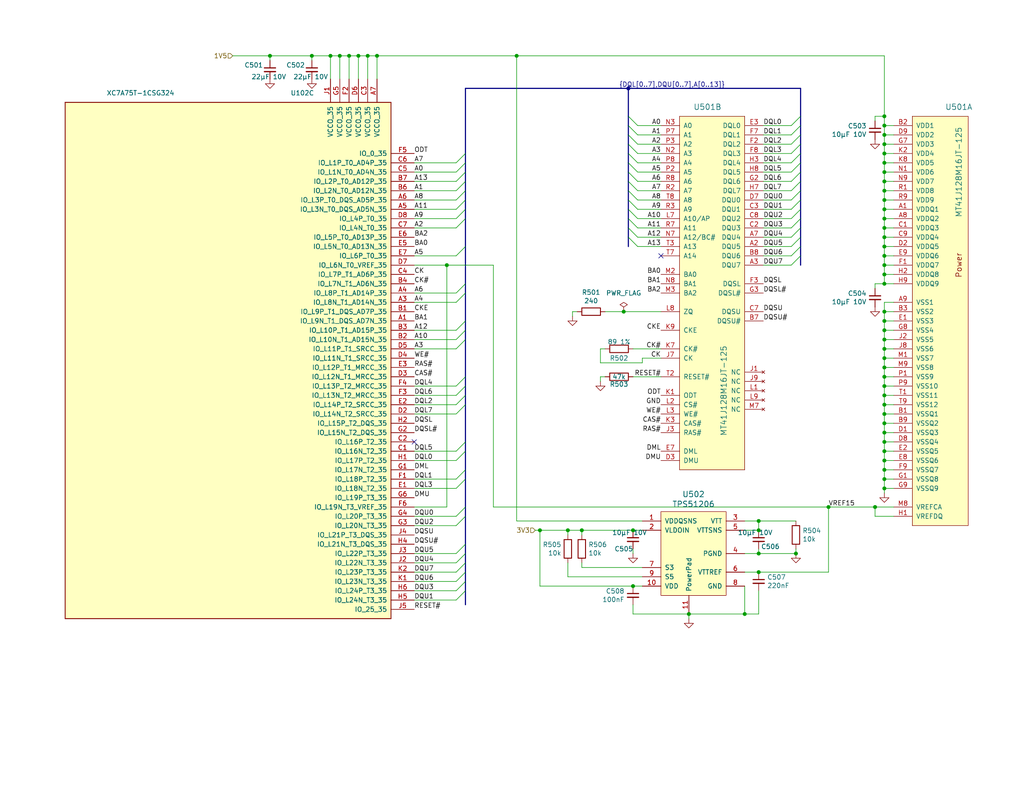
<source format=kicad_sch>
(kicad_sch (version 20250114) (generator "eeschema") (generator_version "9.0")
  (paper "A")
  (title_block (title "QSIC - QBUS Storage & I/O Card") (date "2022-10-27") (rev "0.4"))
  (junction (at 241.3 34.29))
  (junction (at 241.3 31.75))
  (junction (at 121.92 72.39))
  (junction (at 217.17 151.13))
  (junction (at 241.3 49.53))
  (junction (at 170.18 85.09))
  (junction (at 241.3 100.33))
  (junction (at 241.3 113.03))
  (junction (at 203.2 167.64))
  (junction (at 85.09 15.24))
  (junction (at 226.06 138.43))
  (junction (at 171.45 24.13))
  (junction (at 241.3 67.31))
  (junction (at 147.32 144.78))
  (junction (at 241.3 62.23))
  (junction (at 95.25 15.24))
  (junction (at 241.3 74.93))
  (junction (at 241.3 97.79))
  (junction (at 241.3 102.87))
  (junction (at 241.3 85.09))
  (junction (at 241.3 115.57))
  (junction (at 102.87 15.24))
  (junction (at 241.3 87.63))
  (junction (at 241.3 128.27))
  (junction (at 241.3 39.37))
  (junction (at 241.3 46.99))
  (junction (at 207.01 142.24))
  (junction (at 241.3 77.47))
  (junction (at 241.3 90.17))
  (junction (at 241.3 130.81))
  (junction (at 241.3 72.39))
  (junction (at 241.3 105.41))
  (junction (at 241.3 44.45))
  (junction (at 241.3 133.35))
  (junction (at 241.3 57.15))
  (junction (at 241.3 123.19))
  (junction (at 154.94 144.78))
  (junction (at 97.79 15.24))
  (junction (at 73.66 15.24))
  (junction (at 241.3 118.11))
  (junction (at 172.72 160.02))
  (junction (at 241.3 92.71))
  (junction (at 241.3 69.85))
  (junction (at 238.76 138.43))
  (junction (at 241.3 125.73))
  (junction (at 187.96 167.64))
  (junction (at 158.75 144.78))
  (junction (at 241.3 120.65))
  (junction (at 172.72 144.78))
  (junction (at 241.3 95.25))
  (junction (at 241.3 110.49))
  (junction (at 100.33 15.24))
  (junction (at 241.3 64.77))
  (junction (at 241.3 52.07))
  (junction (at 92.71 15.24))
  (junction (at 241.3 54.61))
  (junction (at 241.3 36.83))
  (junction (at 241.3 107.95))
  (junction (at 207.01 156.21))
  (junction (at 241.3 41.91))
  (junction (at 207.01 151.13))
  (junction (at 140.97 15.24))
  (junction (at 90.17 15.24))
  (junction (at 207.01 144.78))
  (junction (at 241.3 59.69))
  (no_connect (at 113.03 120.65))
  (no_connect (at 180.34 69.85))
  (bus_entry (at 215.9 46.99) (size 2.54 -2.54))
  (bus_entry (at 124.46 59.69) (size 2.54 -2.54))
  (bus_entry (at 124.46 123.19) (size 2.54 -2.54))
  (bus_entry (at 124.46 113.03) (size 2.54 -2.54))
  (bus_entry (at 124.46 107.95) (size 2.54 -2.54))
  (bus_entry (at 215.9 49.53) (size 2.54 -2.54))
  (bus_entry (at 215.9 36.83) (size 2.54 -2.54))
  (bus_entry (at 173.99 57.15) (size -2.54 -2.54))
  (bus_entry (at 173.99 49.53) (size -2.54 -2.54))
  (bus_entry (at 173.99 41.91) (size -2.54 -2.54))
  (bus_entry (at 124.46 92.71) (size 2.54 -2.54))
  (bus_entry (at 124.46 95.25) (size 2.54 -2.54))
  (bus_entry (at 173.99 39.37) (size -2.54 -2.54))
  (bus_entry (at 124.46 125.73) (size 2.54 -2.54))
  (bus_entry (at 124.46 52.07) (size 2.54 -2.54))
  (bus_entry (at 124.46 54.61) (size 2.54 -2.54))
  (bus_entry (at 173.99 46.99) (size -2.54 -2.54))
  (bus_entry (at 215.9 52.07) (size 2.54 -2.54))
  (bus_entry (at 124.46 44.45) (size 2.54 -2.54))
  (bus_entry (at 124.46 62.23) (size 2.54 -2.54))
  (bus_entry (at 215.9 39.37) (size 2.54 -2.54))
  (bus_entry (at 124.46 69.85) (size 2.54 -2.54))
  (bus_entry (at 124.46 143.51) (size 2.54 -2.54))
  (bus_entry (at 124.46 140.97) (size 2.54 -2.54))
  (bus_entry (at 124.46 163.83) (size 2.54 -2.54))
  (bus_entry (at 124.46 161.29) (size 2.54 -2.54))
  (bus_entry (at 124.46 158.75) (size 2.54 -2.54))
  (bus_entry (at 124.46 156.21) (size 2.54 -2.54))
  (bus_entry (at 124.46 153.67) (size 2.54 -2.54))
  (bus_entry (at 124.46 151.13) (size 2.54 -2.54))
  (bus_entry (at 215.9 57.15) (size 2.54 -2.54))
  (bus_entry (at 215.9 54.61) (size 2.54 -2.54))
  (bus_entry (at 215.9 72.39) (size 2.54 -2.54))
  (bus_entry (at 215.9 69.85) (size 2.54 -2.54))
  (bus_entry (at 215.9 67.31) (size 2.54 -2.54))
  (bus_entry (at 215.9 62.23) (size 2.54 -2.54))
  (bus_entry (at 215.9 59.69) (size 2.54 -2.54))
  (bus_entry (at 215.9 64.77) (size 2.54 -2.54))
  (bus_entry (at 124.46 82.55) (size 2.54 -2.54))
  (bus_entry (at 124.46 46.99) (size 2.54 -2.54))
  (bus_entry (at 173.99 59.69) (size -2.54 -2.54))
  (bus_entry (at 173.99 64.77) (size -2.54 -2.54))
  (bus_entry (at 124.46 133.35) (size 2.54 -2.54))
  (bus_entry (at 215.9 41.91) (size 2.54 -2.54))
  (bus_entry (at 124.46 57.15) (size 2.54 -2.54))
  (bus_entry (at 124.46 90.17) (size 2.54 -2.54))
  (bus_entry (at 124.46 49.53) (size 2.54 -2.54))
  (bus_entry (at 124.46 110.49) (size 2.54 -2.54))
  (bus_entry (at 173.99 36.83) (size -2.54 -2.54))
  (bus_entry (at 173.99 62.23) (size -2.54 -2.54))
  (bus_entry (at 173.99 44.45) (size -2.54 -2.54))
  (bus_entry (at 173.99 54.61) (size -2.54 -2.54))
  (bus_entry (at 173.99 52.07) (size -2.54 -2.54))
  (bus_entry (at 124.46 105.41) (size 2.54 -2.54))
  (bus_entry (at 215.9 44.45) (size 2.54 -2.54))
  (bus_entry (at 124.46 80.01) (size 2.54 -2.54))
  (bus_entry (at 173.99 34.29) (size -2.54 -2.54))
  (bus_entry (at 124.46 130.81) (size 2.54 -2.54))
  (bus_entry (at 215.9 34.29) (size 2.54 -2.54))
  (bus_entry (at 173.99 67.31) (size -2.54 -2.54))
  (wire (pts (xy 241.3 39.37) (xy 241.3 41.91)))
  (bus (pts (xy 127 130.81) (xy 127 138.43)))
  (wire (pts (xy 241.3 62.23) (xy 241.3 64.77)))
  (wire (pts (xy 241.3 115.57) (xy 241.3 118.11)))
  (wire (pts (xy 113.03 125.73) (xy 124.46 125.73)))
  (wire (pts (xy 238.76 33.02) (xy 238.76 31.75)))
  (bus (pts (xy 218.44 54.61) (xy 218.44 52.07)))
  (bus (pts (xy 127 54.61) (xy 127 57.15)))
  (bus (pts (xy 127 67.31) (xy 127 77.47)))
  (wire (pts (xy 243.84 85.09) (xy 241.3 85.09)))
  (wire (pts (xy 208.28 54.61) (xy 215.9 54.61)))
  (wire (pts (xy 241.3 110.49) (xy 241.3 113.03)))
  (wire (pts (xy 208.28 59.69) (xy 215.9 59.69)))
  (wire (pts (xy 207.01 142.24) (xy 207.01 144.78)))
  (wire (pts (xy 241.3 77.47) (xy 243.84 77.47)))
  (wire (pts (xy 180.34 54.61) (xy 173.99 54.61)))
  (wire (pts (xy 113.03 72.39) (xy 121.92 72.39)))
  (wire (pts (xy 241.3 54.61) (xy 243.84 54.61)))
  (wire (pts (xy 146.05 144.78) (xy 147.32 144.78)))
  (wire (pts (xy 241.3 105.41) (xy 241.3 107.95)))
  (wire (pts (xy 241.3 123.19) (xy 241.3 125.73)))
  (wire (pts (xy 241.3 133.35) (xy 241.3 134.62)))
  (bus (pts (xy 127 57.15) (xy 127 59.69)))
  (bus (pts (xy 218.44 39.37) (xy 218.44 36.83)))
  (bus (pts (xy 171.45 31.75) (xy 171.45 34.29)))
  (wire (pts (xy 113.03 49.53) (xy 124.46 49.53)))
  (wire (pts (xy 175.26 97.79) (xy 175.26 99.06)))
  (wire (pts (xy 154.94 144.78) (xy 158.75 144.78)))
  (wire (pts (xy 241.3 120.65) (xy 241.3 123.19)))
  (bus (pts (xy 171.45 24.13) (xy 127 24.13)))
  (wire (pts (xy 113.03 92.71) (xy 124.46 92.71)))
  (wire (pts (xy 180.34 49.53) (xy 173.99 49.53)))
  (wire (pts (xy 241.3 87.63) (xy 243.84 87.63)))
  (bus (pts (xy 171.45 52.07) (xy 171.45 54.61)))
  (wire (pts (xy 208.28 52.07) (xy 215.9 52.07)))
  (wire (pts (xy 134.62 138.43) (xy 226.06 138.43)))
  (wire (pts (xy 90.17 21.59) (xy 90.17 15.24)))
  (wire (pts (xy 241.3 102.87) (xy 241.3 105.41)))
  (wire (pts (xy 241.3 82.55) (xy 241.3 85.09)))
  (wire (pts (xy 241.3 133.35) (xy 243.84 133.35)))
  (wire (pts (xy 140.97 15.24) (xy 140.97 142.24)))
  (wire (pts (xy 85.09 15.24) (xy 90.17 15.24)))
  (wire (pts (xy 113.03 59.69) (xy 124.46 59.69)))
  (wire (pts (xy 187.96 167.64) (xy 187.96 168.91)))
  (wire (pts (xy 241.3 97.79) (xy 241.3 100.33)))
  (wire (pts (xy 217.17 151.13) (xy 217.17 149.86)))
  (wire (pts (xy 241.3 39.37) (xy 243.84 39.37)))
  (wire (pts (xy 241.3 95.25) (xy 241.3 97.79)))
  (wire (pts (xy 241.3 72.39) (xy 243.84 72.39)))
  (wire (pts (xy 207.01 151.13) (xy 207.01 149.86)))
  (wire (pts (xy 170.18 85.09) (xy 180.34 85.09)))
  (bus (pts (xy 218.44 31.75) (xy 218.44 24.13)))
  (wire (pts (xy 241.3 97.79) (xy 243.84 97.79)))
  (wire (pts (xy 180.34 64.77) (xy 173.99 64.77)))
  (wire (pts (xy 121.92 72.39) (xy 134.62 72.39)))
  (bus (pts (xy 127 123.19) (xy 127 128.27)))
  (wire (pts (xy 63.5 15.24) (xy 73.66 15.24)))
  (bus (pts (xy 127 105.41) (xy 127 107.95)))
  (wire (pts (xy 158.75 154.94) (xy 175.26 154.94)))
  (wire (pts (xy 241.3 59.69) (xy 241.3 62.23)))
  (wire (pts (xy 154.94 157.48) (xy 175.26 157.48)))
  (wire (pts (xy 172.72 144.78) (xy 175.26 144.78)))
  (bus (pts (xy 127 107.95) (xy 127 110.49)))
  (wire (pts (xy 113.03 62.23) (xy 124.46 62.23)))
  (wire (pts (xy 241.3 44.45) (xy 243.84 44.45)))
  (bus (pts (xy 218.44 24.13) (xy 171.45 24.13)))
  (wire (pts (xy 241.3 105.41) (xy 243.84 105.41)))
  (bus (pts (xy 127 41.91) (xy 127 44.45)))
  (wire (pts (xy 241.3 100.33) (xy 241.3 102.87)))
  (wire (pts (xy 154.94 153.67) (xy 154.94 157.48)))
  (wire (pts (xy 238.76 140.97) (xy 238.76 138.43)))
  (wire (pts (xy 156.21 85.09) (xy 156.21 86.36)))
  (wire (pts (xy 172.72 165.1) (xy 172.72 167.64)))
  (wire (pts (xy 238.76 78.74) (xy 238.76 77.47)))
  (wire (pts (xy 208.28 69.85) (xy 215.9 69.85)))
  (wire (pts (xy 241.3 130.81) (xy 243.84 130.81)))
  (wire (pts (xy 241.3 130.81) (xy 241.3 133.35)))
  (wire (pts (xy 102.87 15.24) (xy 100.33 15.24)))
  (bus (pts (xy 171.45 41.91) (xy 171.45 44.45)))
  (wire (pts (xy 241.3 107.95) (xy 243.84 107.95)))
  (wire (pts (xy 208.28 57.15) (xy 215.9 57.15)))
  (wire (pts (xy 208.28 67.31) (xy 215.9 67.31)))
  (bus (pts (xy 171.45 44.45) (xy 171.45 46.99)))
  (wire (pts (xy 113.03 151.13) (xy 124.46 151.13)))
  (wire (pts (xy 172.72 160.02) (xy 147.32 160.02)))
  (wire (pts (xy 208.28 64.77) (xy 215.9 64.77)))
  (wire (pts (xy 113.03 54.61) (xy 124.46 54.61)))
  (bus (pts (xy 127 102.87) (xy 127 105.41)))
  (bus (pts (xy 171.45 24.13) (xy 171.45 31.75)))
  (wire (pts (xy 121.92 138.43) (xy 121.92 72.39)))
  (wire (pts (xy 241.3 69.85) (xy 243.84 69.85)))
  (bus (pts (xy 127 44.45) (xy 127 46.99)))
  (wire (pts (xy 113.03 161.29) (xy 124.46 161.29)))
  (wire (pts (xy 172.72 102.87) (xy 180.34 102.87)))
  (wire (pts (xy 238.76 31.75) (xy 241.3 31.75)))
  (wire (pts (xy 102.87 15.24) (xy 102.87 21.59)))
  (wire (pts (xy 180.34 67.31) (xy 173.99 67.31)))
  (bus (pts (xy 127 110.49) (xy 127 120.65)))
  (wire (pts (xy 241.3 57.15) (xy 243.84 57.15)))
  (wire (pts (xy 113.03 153.67) (xy 124.46 153.67)))
  (bus (pts (xy 127 24.13) (xy 127 41.91)))
  (wire (pts (xy 134.62 72.39) (xy 134.62 138.43)))
  (bus (pts (xy 218.44 46.99) (xy 218.44 44.45)))
  (wire (pts (xy 165.1 85.09) (xy 170.18 85.09)))
  (wire (pts (xy 241.3 90.17) (xy 243.84 90.17)))
  (wire (pts (xy 241.3 92.71) (xy 243.84 92.71)))
  (bus (pts (xy 127 52.07) (xy 127 54.61)))
  (wire (pts (xy 241.3 74.93) (xy 241.3 77.47)))
  (wire (pts (xy 147.32 160.02) (xy 147.32 144.78)))
  (wire (pts (xy 241.3 85.09) (xy 241.3 87.63)))
  (wire (pts (xy 241.3 67.31) (xy 241.3 69.85)))
  (wire (pts (xy 241.3 41.91) (xy 243.84 41.91)))
  (wire (pts (xy 241.3 49.53) (xy 243.84 49.53)))
  (bus (pts (xy 127 59.69) (xy 127 67.31)))
  (bus (pts (xy 218.44 44.45) (xy 218.44 41.91)))
  (wire (pts (xy 241.3 128.27) (xy 243.84 128.27)))
  (wire (pts (xy 241.3 128.27) (xy 241.3 130.81)))
  (wire (pts (xy 241.3 64.77) (xy 243.84 64.77)))
  (wire (pts (xy 243.84 140.97) (xy 238.76 140.97)))
  (wire (pts (xy 241.3 125.73) (xy 243.84 125.73)))
  (bus (pts (xy 218.44 67.31) (xy 218.44 64.77)))
  (wire (pts (xy 207.01 151.13) (xy 217.17 151.13)))
  (wire (pts (xy 241.3 95.25) (xy 243.84 95.25)))
  (wire (pts (xy 175.26 99.06) (xy 163.83 99.06)))
  (wire (pts (xy 102.87 15.24) (xy 140.97 15.24)))
  (bus (pts (xy 171.45 62.23) (xy 171.45 64.77)))
  (wire (pts (xy 180.34 46.99) (xy 173.99 46.99)))
  (wire (pts (xy 208.28 62.23) (xy 215.9 62.23)))
  (wire (pts (xy 241.3 15.24) (xy 241.3 31.75)))
  (wire (pts (xy 241.3 54.61) (xy 241.3 57.15)))
  (wire (pts (xy 241.3 92.71) (xy 241.3 95.25)))
  (wire (pts (xy 241.3 64.77) (xy 241.3 67.31)))
  (wire (pts (xy 113.03 52.07) (xy 124.46 52.07)))
  (wire (pts (xy 241.3 113.03) (xy 243.84 113.03)))
  (wire (pts (xy 92.71 15.24) (xy 95.25 15.24)))
  (wire (pts (xy 73.66 16.51) (xy 73.66 15.24)))
  (bus (pts (xy 171.45 36.83) (xy 171.45 39.37)))
  (bus (pts (xy 127 140.97) (xy 127 148.59)))
  (wire (pts (xy 226.06 156.21) (xy 226.06 138.43)))
  (bus (pts (xy 218.44 49.53) (xy 218.44 46.99)))
  (wire (pts (xy 97.79 21.59) (xy 97.79 15.24)))
  (bus (pts (xy 127 80.01) (xy 127 87.63)))
  (wire (pts (xy 113.03 133.35) (xy 124.46 133.35)))
  (bus (pts (xy 127 77.47) (xy 127 80.01)))
  (wire (pts (xy 90.17 15.24) (xy 92.71 15.24)))
  (wire (pts (xy 241.3 72.39) (xy 241.3 74.93)))
  (bus (pts (xy 127 46.99) (xy 127 49.53)))
  (wire (pts (xy 241.3 113.03) (xy 241.3 115.57)))
  (wire (pts (xy 113.03 156.21) (xy 124.46 156.21)))
  (bus (pts (xy 127 156.21) (xy 127 158.75)))
  (wire (pts (xy 180.34 62.23) (xy 173.99 62.23)))
  (wire (pts (xy 113.03 107.95) (xy 124.46 107.95)))
  (wire (pts (xy 203.2 167.64) (xy 207.01 167.64)))
  (wire (pts (xy 180.34 97.79) (xy 175.26 97.79)))
  (wire (pts (xy 158.75 146.05) (xy 158.75 144.78)))
  (wire (pts (xy 241.3 46.99) (xy 243.84 46.99)))
  (wire (pts (xy 241.3 67.31) (xy 243.84 67.31)))
  (wire (pts (xy 180.34 59.69) (xy 173.99 59.69)))
  (bus (pts (xy 218.44 72.39) (xy 218.44 69.85)))
  (wire (pts (xy 241.3 90.17) (xy 241.3 92.71)))
  (wire (pts (xy 158.75 153.67) (xy 158.75 154.94)))
  (wire (pts (xy 113.03 46.99) (xy 124.46 46.99)))
  (wire (pts (xy 113.03 130.81) (xy 124.46 130.81)))
  (wire (pts (xy 85.09 16.51) (xy 85.09 15.24)))
  (wire (pts (xy 158.75 144.78) (xy 172.72 144.78)))
  (wire (pts (xy 241.3 115.57) (xy 243.84 115.57)))
  (wire (pts (xy 208.28 41.91) (xy 215.9 41.91)))
  (wire (pts (xy 241.3 36.83) (xy 243.84 36.83)))
  (wire (pts (xy 113.03 110.49) (xy 124.46 110.49)))
  (wire (pts (xy 95.25 21.59) (xy 95.25 15.24)))
  (wire (pts (xy 207.01 142.24) (xy 217.17 142.24)))
  (wire (pts (xy 238.76 77.47) (xy 241.3 77.47)))
  (wire (pts (xy 100.33 21.59) (xy 100.33 15.24)))
  (bus (pts (xy 171.45 54.61) (xy 171.45 57.15)))
  (wire (pts (xy 241.3 59.69) (xy 243.84 59.69)))
  (wire (pts (xy 175.26 142.24) (xy 140.97 142.24)))
  (wire (pts (xy 113.03 57.15) (xy 124.46 57.15)))
  (bus (pts (xy 218.44 36.83) (xy 218.44 34.29)))
  (bus (pts (xy 127 120.65) (xy 127 123.19)))
  (bus (pts (xy 171.45 49.53) (xy 171.45 52.07)))
  (wire (pts (xy 241.3 120.65) (xy 243.84 120.65)))
  (wire (pts (xy 163.83 104.14) (xy 163.83 102.87)))
  (wire (pts (xy 241.3 52.07) (xy 243.84 52.07)))
  (wire (pts (xy 208.28 36.83) (xy 215.9 36.83)))
  (wire (pts (xy 163.83 99.06) (xy 163.83 95.25)))
  (wire (pts (xy 243.84 34.29) (xy 241.3 34.29)))
  (wire (pts (xy 203.2 160.02) (xy 203.2 167.64)))
  (wire (pts (xy 113.03 143.51) (xy 124.46 143.51)))
  (wire (pts (xy 157.48 85.09) (xy 156.21 85.09)))
  (wire (pts (xy 203.2 151.13) (xy 207.01 151.13)))
  (bus (pts (xy 218.44 34.29) (xy 218.44 31.75)))
  (wire (pts (xy 208.28 44.45) (xy 215.9 44.45)))
  (bus (pts (xy 127 128.27) (xy 127 130.81)))
  (wire (pts (xy 113.03 140.97) (xy 124.46 140.97)))
  (wire (pts (xy 113.03 138.43) (xy 121.92 138.43)))
  (wire (pts (xy 95.25 15.24) (xy 97.79 15.24)))
  (bus (pts (xy 171.45 59.69) (xy 171.45 62.23)))
  (wire (pts (xy 113.03 90.17) (xy 124.46 90.17)))
  (wire (pts (xy 243.84 82.55) (xy 241.3 82.55)))
  (wire (pts (xy 113.03 44.45) (xy 124.46 44.45)))
  (bus (pts (xy 127 153.67) (xy 127 156.21)))
  (wire (pts (xy 180.34 39.37) (xy 173.99 39.37)))
  (wire (pts (xy 97.79 15.24) (xy 100.33 15.24)))
  (wire (pts (xy 241.3 74.93) (xy 243.84 74.93)))
  (bus (pts (xy 127 92.71) (xy 127 102.87)))
  (wire (pts (xy 241.3 107.95) (xy 241.3 110.49)))
  (wire (pts (xy 113.03 82.55) (xy 124.46 82.55)))
  (bus (pts (xy 127 87.63) (xy 127 90.17)))
  (wire (pts (xy 163.83 95.25) (xy 165.1 95.25)))
  (wire (pts (xy 241.3 125.73) (xy 241.3 128.27)))
  (wire (pts (xy 207.01 167.64) (xy 207.01 161.29)))
  (wire (pts (xy 113.03 163.83) (xy 124.46 163.83)))
  (wire (pts (xy 172.72 95.25) (xy 180.34 95.25)))
  (wire (pts (xy 241.3 46.99) (xy 241.3 49.53)))
  (wire (pts (xy 92.71 21.59) (xy 92.71 15.24)))
  (bus (pts (xy 171.45 39.37) (xy 171.45 41.91)))
  (wire (pts (xy 241.3 62.23) (xy 243.84 62.23)))
  (wire (pts (xy 241.3 100.33) (xy 243.84 100.33)))
  (bus (pts (xy 218.44 57.15) (xy 218.44 54.61)))
  (wire (pts (xy 140.97 15.24) (xy 241.3 15.24)))
  (wire (pts (xy 147.32 144.78) (xy 154.94 144.78)))
  (wire (pts (xy 175.26 160.02) (xy 172.72 160.02)))
  (wire (pts (xy 241.3 44.45) (xy 241.3 46.99)))
  (wire (pts (xy 113.03 105.41) (xy 124.46 105.41)))
  (wire (pts (xy 203.2 142.24) (xy 207.01 142.24)))
  (wire (pts (xy 180.34 44.45) (xy 173.99 44.45)))
  (wire (pts (xy 208.28 72.39) (xy 215.9 72.39)))
  (bus (pts (xy 218.44 41.91) (xy 218.44 39.37)))
  (wire (pts (xy 180.34 34.29) (xy 173.99 34.29)))
  (wire (pts (xy 241.3 123.19) (xy 243.84 123.19)))
  (bus (pts (xy 218.44 62.23) (xy 218.44 59.69)))
  (bus (pts (xy 127 161.29) (xy 127 165.1)))
  (wire (pts (xy 241.3 118.11) (xy 241.3 120.65)))
  (wire (pts (xy 208.28 34.29) (xy 215.9 34.29)))
  (bus (pts (xy 127 158.75) (xy 127 161.29)))
  (wire (pts (xy 207.01 156.21) (xy 226.06 156.21)))
  (wire (pts (xy 113.03 123.19) (xy 124.46 123.19)))
  (wire (pts (xy 113.03 158.75) (xy 124.46 158.75)))
  (wire (pts (xy 226.06 138.43) (xy 238.76 138.43)))
  (bus (pts (xy 171.45 46.99) (xy 171.45 49.53)))
  (wire (pts (xy 154.94 146.05) (xy 154.94 144.78)))
  (wire (pts (xy 73.66 15.24) (xy 85.09 15.24)))
  (wire (pts (xy 180.34 36.83) (xy 173.99 36.83)))
  (wire (pts (xy 113.03 113.03) (xy 124.46 113.03)))
  (wire (pts (xy 172.72 167.64) (xy 187.96 167.64)))
  (wire (pts (xy 241.3 36.83) (xy 241.3 39.37)))
  (bus (pts (xy 218.44 52.07) (xy 218.44 49.53)))
  (wire (pts (xy 241.3 52.07) (xy 241.3 54.61)))
  (bus (pts (xy 218.44 59.69) (xy 218.44 57.15)))
  (wire (pts (xy 113.03 69.85) (xy 124.46 69.85)))
  (wire (pts (xy 172.72 151.13) (xy 172.72 149.86)))
  (bus (pts (xy 218.44 69.85) (xy 218.44 67.31)))
  (wire (pts (xy 241.3 118.11) (xy 243.84 118.11)))
  (bus (pts (xy 127 148.59) (xy 127 151.13)))
  (wire (pts (xy 113.03 80.01) (xy 124.46 80.01)))
  (wire (pts (xy 241.3 41.91) (xy 241.3 44.45)))
  (wire (pts (xy 208.28 49.53) (xy 215.9 49.53)))
  (wire (pts (xy 241.3 31.75) (xy 241.3 34.29)))
  (wire (pts (xy 113.03 95.25) (xy 124.46 95.25)))
  (wire (pts (xy 241.3 102.87) (xy 243.84 102.87)))
  (wire (pts (xy 241.3 69.85) (xy 241.3 72.39)))
  (bus (pts (xy 171.45 34.29) (xy 171.45 36.83)))
  (bus (pts (xy 127 151.13) (xy 127 153.67)))
  (bus (pts (xy 127 138.43) (xy 127 140.97)))
  (wire (pts (xy 180.34 57.15) (xy 173.99 57.15)))
  (wire (pts (xy 241.3 87.63) (xy 241.3 90.17)))
  (wire (pts (xy 241.3 57.15) (xy 241.3 59.69)))
  (wire (pts (xy 241.3 110.49) (xy 243.84 110.49)))
  (wire (pts (xy 203.2 156.21) (xy 207.01 156.21)))
  (wire (pts (xy 180.34 52.07) (xy 173.99 52.07)))
  (wire (pts (xy 187.96 167.64) (xy 203.2 167.64)))
  (wire (pts (xy 180.34 41.91) (xy 173.99 41.91)))
  (bus (pts (xy 127 49.53) (xy 127 52.07)))
  (wire (pts (xy 208.28 46.99) (xy 215.9 46.99)))
  (bus (pts (xy 171.45 57.15) (xy 171.45 59.69)))
  (wire (pts (xy 163.83 102.87) (xy 165.1 102.87)))
  (wire (pts (xy 238.76 138.43) (xy 243.84 138.43)))
  (wire (pts (xy 241.3 49.53) (xy 241.3 52.07)))
  (wire (pts (xy 241.3 34.29) (xy 241.3 36.83)))
  (bus (pts (xy 127 90.17) (xy 127 92.71)))
  (bus (pts (xy 171.45 64.77) (xy 171.45 67.31)))
  (wire (pts (xy 203.2 144.78) (xy 207.01 144.78)))
  (wire (pts (xy 208.28 39.37) (xy 215.9 39.37)))
  (bus (pts (xy 218.44 64.77) (xy 218.44 62.23)))
  (label "A6" (at 180.34 49.53 180))
  (label "DQL4" (at 113.03 105.41 0))
  (label "DQL7" (at 113.03 113.03 0))
  (label "A1" (at 113.03 52.07 0))
  (label "A8" (at 113.03 54.61 0))
  (label "A8" (at 180.34 54.61 180))
  (label "DQSL#" (at 113.03 118.11 0))
  (label "A13" (at 113.03 49.53 0))
  (label "DQSL#" (at 208.28 80.01 0))
  (label "DQL6" (at 208.28 49.53 0))
  (label "DQU3" (at 208.28 62.23 0))
  (label "DQU2" (at 113.03 143.51 0))
  (label "DQU3" (at 113.03 161.29 0))
  (label "ODT" (at 180.34 107.95 180))
  (label "DQL0" (at 113.03 125.73 0))
  (label "A10" (at 113.03 92.71 0))
  (label "A11" (at 180.34 62.23 180))
  (label "A9" (at 113.03 59.69 0))
  (label "DQL6" (at 113.03 107.95 0))
  (label "DQU6" (at 113.03 158.75 0))
  (label "BA1" (at 113.03 87.63 0))
  (label "DQSU#" (at 113.03 148.59 0))
  (label "{DQL[0..7],DQU[0..7],A[0..13]}" (at 168.91 24.13 0))
  (label "DQU2" (at 208.28 59.69 0))
  (label "A9" (at 180.34 57.15 180))
  (label "A7" (at 180.34 52.07 180))
  (label "RESET#" (at 180.34 102.87 180))
  (label "DQSU" (at 113.03 146.05 0))
  (label "RAS#" (at 180.34 118.11 180))
  (label "CK#" (at 113.03 77.47 0))
  (label "DQL0" (at 208.28 34.29 0))
  (label "ODT" (at 113.03 41.91 0))
  (label "DQU1" (at 208.28 57.15 0))
  (label "BA2" (at 180.34 80.01 180))
  (label "CK#" (at 180.34 95.25 180))
  (label "DQL3" (at 208.28 41.91 0))
  (label "DQSL" (at 208.28 77.47 0))
  (label "DQL7" (at 208.28 52.07 0))
  (label "A2" (at 180.34 39.37 180))
  (label "VREF15" (at 226.06 138.43 0))
  (label "A11" (at 113.03 57.15 0))
  (label "DQL2" (at 208.28 39.37 0))
  (label "DQL1" (at 113.03 130.81 0))
  (label "GND" (at 180.34 110.49 180))
  (label "CKE" (at 180.34 90.17 180))
  (label "DQL4" (at 208.28 44.45 0))
  (label "A0" (at 180.34 34.29 180))
  (label "DQU6" (at 208.28 69.85 0))
  (label "BA0" (at 180.34 74.93 180))
  (label "A4" (at 180.34 44.45 180))
  (label "A6" (at 113.03 80.01 0))
  (label "DQU5" (at 113.03 151.13 0))
  (label "A5" (at 113.03 69.85 0))
  (label "DQL5" (at 208.28 46.99 0))
  (label "BA2" (at 113.03 64.77 0))
  (label "DQSU" (at 208.28 85.09 0))
  (label "RAS#" (at 113.03 100.33 0))
  (label "CK" (at 180.34 97.79 180))
  (label "WE#" (at 180.34 113.03 180))
  (label "CKE" (at 113.03 85.09 0))
  (label "A0" (at 113.03 46.99 0))
  (label "A12" (at 180.34 64.77 180))
  (label "A4" (at 113.03 82.55 0))
  (label "A3" (at 180.34 41.91 180))
  (label "CAS#" (at 113.03 102.87 0))
  (label "DQU7" (at 208.28 72.39 0))
  (label "BA1" (at 180.34 77.47 180))
  (label "DQSU#" (at 208.28 87.63 0))
  (label "CK" (at 113.03 74.93 0))
  (label "A13" (at 180.34 67.31 180))
  (label "DML" (at 180.34 123.19 180))
  (label "DQU4" (at 208.28 64.77 0))
  (label "DQU4" (at 113.03 153.67 0))
  (label "DQU5" (at 208.28 67.31 0))
  (label "DMU" (at 113.03 135.89 0))
  (label "RESET#" (at 113.03 166.37 0))
  (label "DQL5" (at 113.03 123.19 0))
  (label "DQL2" (at 113.03 110.49 0))
  (label "A7" (at 113.03 44.45 0))
  (label "DQL1" (at 208.28 36.83 0))
  (label "DQU7" (at 113.03 156.21 0))
  (label "DML" (at 113.03 128.27 0))
  (label "A12" (at 113.03 90.17 0))
  (label "DQU0" (at 113.03 140.97 0))
  (label "DQL3" (at 113.03 133.35 0))
  (label "BA0" (at 113.03 67.31 0))
  (label "DMU" (at 180.34 125.73 180))
  (label "DQSL" (at 113.03 115.57 0))
  (label "A3" (at 113.03 95.25 0))
  (label "WE#" (at 113.03 97.79 0))
  (label "DQU1" (at 113.03 163.83 0))
  (label "A10" (at 180.34 59.69 180))
  (label "A5" (at 180.34 46.99 180))
  (label "CAS#" (at 180.34 115.57 180))
  (label "A2" (at 113.03 62.23 0))
  (label "A1" (at 180.34 36.83 180))
  (label "DQU0" (at 208.28 54.61 0))
  (hierarchical_label "3V3" (shape input) (at 146.05 144.78 180))
  (hierarchical_label "1V5" (shape input) (at 63.5 15.24 180))
  (symbol (lib_id "myLib:IS43TR16128B") (at 259.08 34.29 0) (mirror y) (unit 1)
    (property "Reference" "U501" (at 261.62 29.21 0) (effects (font (size 1.524 1.524))))
    (property "Value" "MT41J128M16JT-125" (at 261.62 46.99 90) (effects (font (size 1.524 1.524))))
    (property "Footprint" "Package_BGA:BGA-96_9.0x13.0mm_Layout2x3x16_P0.8mm" (effects (hide yes)))
    (property "Datasheet" "http://www.issi.com/WW/pdf/43-46TR16128B-82560BL.pdf" (effects (hide yes)))
    (property "Description" "2Gb (128Mx16) DDR3 SDRAM" (effects (hide yes)))
    (property "Manu" "Micron" (effects (hide yes)))
    (property "type" "SMD" (effects (hide yes)))
    (property "MPN" "MT41J128M16JT-125:K TR" (effects (hide yes)))
  )
  (symbol (lib_id "power:GND") (at 241.3 134.62 0) (mirror y) (unit 1)
    (property "Reference" "#PWR0507" (effects (hide yes)))
    (property "Value" "GND" (effects (hide yes)))
  )
  (symbol (lib_id "Device:C_Small") (at 238.76 81.28 0) (unit 1)
    (property "Reference" "C504" (at 236.4486 80.1116 0) (effects (justify right)))
    (property "Value" "10µF 10V" (at 236.4486 82.423 0) (effects (justify right)))
    (property "Footprint" "Capacitor_SMD:C_0603_1608Metric" (effects (hide yes)))
    (property "Description" "Cap 10uF 10V 0603" (effects (hide yes)))
    (property "type" "SMD" (effects (hide yes)))
    (property "MPN" "CL10A106MP8NNNC" (effects (hide yes)))
  )
  (symbol (lib_id "Device:C_Small") (at 238.76 35.56 0) (unit 1)
    (property "Reference" "C503" (at 236.4486 34.3916 0) (effects (justify right)))
    (property "Value" "10µF 10V" (at 236.4486 36.703 0) (effects (justify right)))
    (property "Footprint" "Capacitor_SMD:C_0603_1608Metric" (effects (hide yes)))
    (property "Description" "Cap 10uF 10V 0603" (effects (hide yes)))
    (property "type" "SMD" (effects (hide yes)))
    (property "MPN" "CL10A106MP8NNNC" (effects (hide yes)))
  )
  (symbol (lib_id "power:GND") (at 85.09 21.59 0) (mirror y) (unit 1)
    (property "Reference" "#PWR0502" (effects (hide yes)))
    (property "Value" "GND" (effects (hide yes)))
  )
  (symbol (lib_id "Device:C_Small") (at 85.09 19.05 0) (unit 1)
    (property "Reference" "C502" (at 78.105 17.78 0) (effects (justify left)))
    (property "Value" "22µF 10V" (at 80.01 20.955 0) (effects (justify left)))
    (property "Footprint" "Capacitor_SMD:C_0603_1608Metric" (effects (hide yes)))
    (property "Description" "Cap 22uF 10V 0603" (effects (hide yes)))
    (property "type" "SMD" (effects (hide yes)))
    (property "MPN" "CL10A226MP8NUNE" (effects (hide yes)))
  )
  (symbol (lib_id "Device:C_Small") (at 207.01 147.32 0) (mirror y) (unit 1)
    (property "Reference" "C506" (at 207.645 149.225 0) (effects (justify right)))
    (property "Value" "10µF 10V" (at 201.295 145.415 0) (effects (justify right)))
    (property "Footprint" "Capacitor_SMD:C_0603_1608Metric" (effects (hide yes)))
    (property "Description" "Cap 10uF 10V 0603" (effects (hide yes)))
    (property "type" "SMD" (effects (hide yes)))
    (property "MPN" "CL10A106MP8NNNC" (effects (hide yes)))
  )
  (symbol (lib_id "power:GND") (at 217.17 151.13 0) (unit 1)
    (property "Reference" "#PWR0509" (effects (hide yes)))
    (property "Value" "GND" (effects (hide yes)))
  )
  (symbol (lib_id "Device:C_Small") (at 172.72 147.32 0) (unit 1)
    (property "Reference" "C505" (at 167.64 149.86 0) (effects (justify left)))
    (property "Value" "10µF 10V" (at 167.005 145.415 0) (effects (justify left)))
    (property "Footprint" "Capacitor_SMD:C_0603_1608Metric" (effects (hide yes)))
    (property "Description" "Cap 10uF 10V 0603" (effects (hide yes)))
    (property "type" "SMD" (effects (hide yes)))
    (property "MPN" "CL10A106MP8NNNC" (effects (hide yes)))
  )
  (symbol (lib_id "myLib:TPS51206") (at 180.34 142.24 0) (unit 1)
    (property "Reference" "U502" (at 189.23 134.9502 0) (effects (font (size 1.524 1.524))))
    (property "Value" "TPS51206" (at 189.23 137.6426 0) (effects (font (size 1.524 1.524))))
    (property "Footprint" "myMods:WSON-10-1EP_2x2mm_P0.4mm_EP0.9x1.5mm_ThermalVias" (effects (hide yes)))
    (property "Datasheet" "http://www.ti.com/lit/ds/symlink/tps51206.pdf" (effects (hide yes)))
    (property "Description" "VTTREF Reference for DDR3" (effects (hide yes)))
    (property "Manu" "TI" (effects (hide yes)))
    (property "type" "SMD" (effects (hide yes)))
    (property "MPN" "TPS51206DSQT" (effects (hide yes)))
  )
  (symbol (lib_id "myLib:IS43TR16128B") (at 195.58 34.29 0) (unit 2)
    (property "Reference" "U501" (at 193.04 29.21 0) (effects (font (size 1.524 1.524))))
    (property "Value" "MT41J128M16JT-125" (at 197.485 106.68 90) (effects (font (size 1.524 1.524))))
    (property "Footprint" "Package_BGA:BGA-96_9.0x13.0mm_Layout2x3x16_P0.8mm" (effects (hide yes)))
    (property "Datasheet" "http://www.issi.com/WW/pdf/43-46TR16128B-82560BL.pdf" (effects (hide yes)))
    (property "Description" "2Gb (128Mx16) DDR3 SDRAM" (effects (hide yes)))
    (property "Manu" "Micron" (effects (hide yes)))
    (property "type" "SMD" (effects (hide yes)))
    (property "MPN" "MT41J128M16JT-125:K TR" (effects (hide yes)))
  )
  (symbol (lib_id "Device:R") (at 168.91 95.25 270) (unit 1)
    (property "Reference" "R502" (at 168.91 97.79 90))
    (property "Value" "89 1%" (at 168.91 93.345 90))
    (property "Footprint" "Resistor_SMD:R_0603_1608Metric" (effects (hide yes)))
    (property "Description" "Res 89 1% 0603" (effects (hide yes)))
    (property "type" "SMD" (effects (hide yes)))
    (property "MPN" "RC0603FR-0788R7L" (effects (hide yes)))
  )
  (symbol (lib_id "Device:R") (at 161.29 85.09 270) (unit 1)
    (property "Reference" "R501" (at 161.29 79.8322 90))
    (property "Value" "240" (at 161.29 82.1436 90))
    (property "Footprint" "Resistor_SMD:R_0603_1608Metric" (effects (hide yes)))
    (property "Description" "Res 240 0603" (effects (hide yes)))
    (property "type" "SMD" (effects (hide yes)))
    (property "MPN" "RC0603FR-07240RL" (effects (hide yes)))
  )
  (symbol (lib_id "power:GND") (at 156.21 86.36 0) (unit 1)
    (property "Reference" "#PWR0505" (effects (hide yes)))
    (property "Value" "GND" (effects (hide yes)))
  )
  (symbol (lib_id "Device:R") (at 168.91 102.87 270) (unit 1)
    (property "Reference" "R503" (at 168.91 104.902 90))
    (property "Value" "47k" (at 168.91 102.87 90))
    (property "Footprint" "Resistor_SMD:R_0603_1608Metric" (effects (hide yes)))
    (property "Description" "Res 47k 0603" (effects (hide yes)))
    (property "type" "SMD" (effects (hide yes)))
    (property "MPN" "RC0603FR-0747KL" (effects (hide yes)))
  )
  (symbol (lib_id "power:GND") (at 163.83 104.14 0) (unit 1)
    (property "Reference" "#PWR0506" (effects (hide yes)))
    (property "Value" "GND" (effects (hide yes)))
  )
  (symbol (lib_id "FPGA_Xilinx_Artix7:XC7A75T-CSG324") (at 62.23 95.25 0) (mirror y) (unit 3)
    (property "Reference" "U102" (at 85.725 25.4 0) (effects (justify left)))
    (property "Value" "XC7A75T-1CSG324" (at 47.625 25.4 0) (effects (justify left)))
    (property "Footprint" "Package_BGA:Xilinx_CSG324" (effects (hide yes)))
    (property "Description" "Xilinx Artix-7 FPGA" (effects (hide yes)))
    (property "Manu" "Xilinx" (effects (hide yes)))
    (property "type" "SMD" (effects (hide yes)))
    (property "MPN" "XC7A75T-1CSG324C" (effects (hide yes)))
  )
  (symbol (lib_id "power:GND") (at 238.76 83.82 0) (mirror y) (unit 1)
    (property "Reference" "#PWR0504" (effects (hide yes)))
    (property "Value" "GND" (effects (hide yes)))
  )
  (symbol (lib_id "power:GND") (at 238.76 38.1 0) (mirror y) (unit 1)
    (property "Reference" "#PWR0503" (effects (hide yes)))
    (property "Value" "GND" (effects (hide yes)))
  )
  (symbol (lib_id "Device:C_Small") (at 207.01 158.75 0) (mirror y) (unit 1)
    (property "Reference" "C507" (at 209.3214 157.5816 0) (effects (justify right)))
    (property "Value" "220nF" (at 209.3214 159.893 0) (effects (justify right)))
    (property "Footprint" "Capacitor_SMD:C_0603_1608Metric" (effects (hide yes)))
    (property "Description" "Cap 220nF 0603" (effects (hide yes)))
    (property "type" "SMD" (effects (hide yes)))
    (property "MPN" "CL10B224KO8NNNC" (effects (hide yes)))
  )
  (symbol (lib_id "power:GND") (at 187.96 168.91 0) (unit 1)
    (property "Reference" "#PWR0510" (effects (hide yes)))
    (property "Value" "GND" (effects (hide yes)))
  )
  (symbol (lib_id "Device:R") (at 158.75 149.86 180) (unit 1)
    (property "Reference" "R506" (at 160.528 148.6916 0) (effects (justify right)))
    (property "Value" "10k" (at 160.528 151.003 0) (effects (justify right)))
    (property "Footprint" "Resistor_SMD:R_0603_1608Metric" (effects (hide yes)))
    (property "Description" "Res 10k 0603" (effects (hide yes)))
    (property "type" "SMD" (effects (hide yes)))
    (property "MPN" "RC0603FR-0710KL" (effects (hide yes)))
  )
  (symbol (lib_id "power:GND") (at 172.72 151.13 0) (unit 1)
    (property "Reference" "#PWR0508" (effects (hide yes)))
    (property "Value" "GND" (effects (hide yes)))
  )
  (symbol (lib_id "Device:C_Small") (at 172.72 162.56 0) (unit 1)
    (property "Reference" "C508" (at 170.4086 161.3916 0) (effects (justify right)))
    (property "Value" "100nF" (at 170.4086 163.703 0) (effects (justify right)))
    (property "Footprint" "Capacitor_SMD:C_0603_1608Metric" (effects (hide yes)))
    (property "Description" "Cap 100nF 0603" (effects (hide yes)))
    (property "type" "SMD" (effects (hide yes)))
    (property "MPN" "CL10B104KO8NNNC" (effects (hide yes)))
  )
  (symbol (lib_id "Device:R") (at 154.94 149.86 180) (unit 1)
    (property "Reference" "R505" (at 153.1874 148.6916 0) (effects (justify left)))
    (property "Value" "10k" (at 153.1874 151.003 0) (effects (justify left)))
    (property "Footprint" "Resistor_SMD:R_0603_1608Metric" (effects (hide yes)))
    (property "Description" "Res 10k 0603" (effects (hide yes)))
    (property "type" "SMD" (effects (hide yes)))
    (property "MPN" "RC0603FR-0710KL" (effects (hide yes)))
  )
  (symbol (lib_id "Device:R") (at 217.17 146.05 180) (unit 1)
    (property "Reference" "R504" (at 218.948 144.8816 0) (effects (justify right)))
    (property "Value" "10k" (at 218.948 147.193 0) (effects (justify right)))
    (property "Footprint" "Resistor_SMD:R_0603_1608Metric" (effects (hide yes)))
    (property "Description" "Res 10k 0603" (effects (hide yes)))
    (property "type" "SMD" (effects (hide yes)))
    (property "MPN" "RC0603FR-0710KL" (effects (hide yes)))
  )
  (symbol (lib_id "Device:C_Small") (at 73.66 19.05 0) (unit 1)
    (property "Reference" "C501" (at 66.675 17.78 0) (effects (justify left)))
    (property "Value" "22µF 10V" (at 68.58 20.955 0) (effects (justify left)))
    (property "Footprint" "Capacitor_SMD:C_0603_1608Metric" (effects (hide yes)))
    (property "Description" "Cap 22uF 10V 0603" (effects (hide yes)))
    (property "type" "SMD" (effects (hide yes)))
    (property "MPN" "CL10A226MP8NUNE" (effects (hide yes)))
  )
  (symbol (lib_id "power:GND") (at 73.66 21.59 0) (mirror y) (unit 1)
    (property "Reference" "#PWR0501" (effects (hide yes)))
    (property "Value" "GND" (effects (hide yes)))
  )
  (symbol (lib_id "power:PWR_FLAG") (at 170.18 85.09 0) (unit 1)
    (property "Reference" "#FLG06" (effects (hide yes)))
    (property "Value" "PWR_FLAG" (at 170.18 80.01 0))
  )
)
</source>
